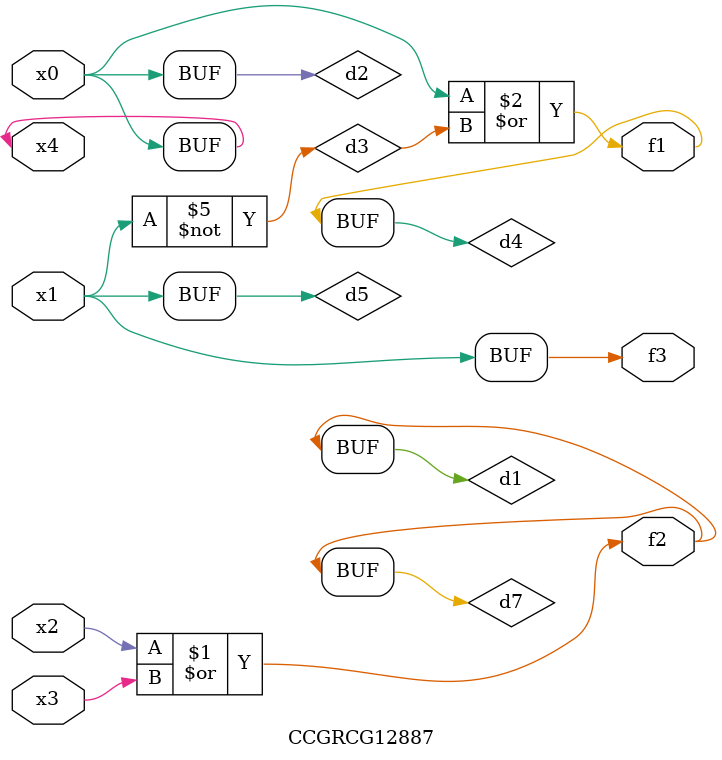
<source format=v>
module CCGRCG12887(
	input x0, x1, x2, x3, x4,
	output f1, f2, f3
);

	wire d1, d2, d3, d4, d5, d6, d7;

	or (d1, x2, x3);
	buf (d2, x0, x4);
	not (d3, x1);
	or (d4, d2, d3);
	not (d5, d3);
	nand (d6, d1, d3);
	or (d7, d1);
	assign f1 = d4;
	assign f2 = d7;
	assign f3 = d5;
endmodule

</source>
